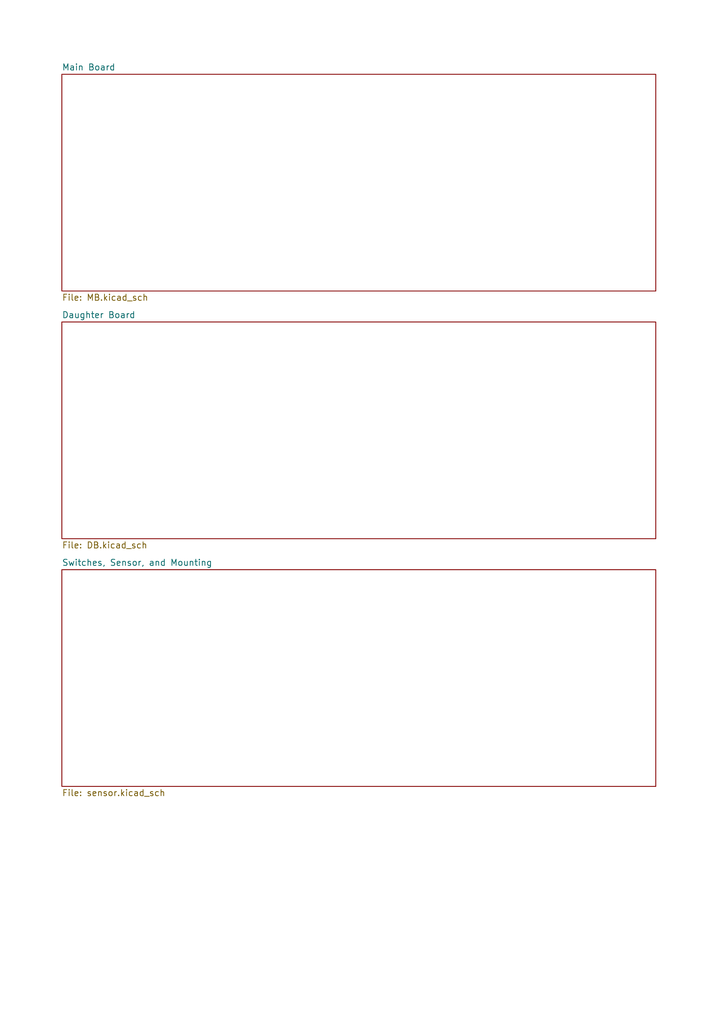
<source format=kicad_sch>
(kicad_sch
	(version 20231120)
	(generator "eeschema")
	(generator_version "8.0")
	(uuid "7083d78e-5f0e-4c6d-9084-5f6f69def5a2")
	(paper "A5" portrait)
	(title_block
		(title "65% Kyeboard with 66-Keys + Rotary Knob")
		(date "2024-12-19")
		(rev "v1")
	)
	(lib_symbols)
	(sheet
		(at 12.7 116.84)
		(size 121.92 44.45)
		(fields_autoplaced yes)
		(stroke
			(width 0.1524)
			(type solid)
		)
		(fill
			(color 0 0 0 0.0000)
		)
		(uuid "1d3fa8e2-4e71-40f3-a993-247ebad12b6f")
		(property "Sheetname" "Switches, Sensor, and Mounting"
			(at 12.7 116.1284 0)
			(effects
				(font
					(size 1.27 1.27)
				)
				(justify left bottom)
			)
		)
		(property "Sheetfile" "sensor.kicad_sch"
			(at 12.7 161.8746 0)
			(effects
				(font
					(size 1.27 1.27)
				)
				(justify left top)
			)
		)
		(instances
			(project "GMK67-HE_Trial"
				(path "/7083d78e-5f0e-4c6d-9084-5f6f69def5a2"
					(page "4")
				)
			)
		)
	)
	(sheet
		(at 12.7 15.24)
		(size 121.92 44.45)
		(fields_autoplaced yes)
		(stroke
			(width 0.1524)
			(type solid)
		)
		(fill
			(color 0 0 0 0.0000)
		)
		(uuid "6a408dc9-60e5-4282-b7a5-6cc2e9d93831")
		(property "Sheetname" "Main Board"
			(at 12.7 14.5284 0)
			(effects
				(font
					(size 1.27 1.27)
				)
				(justify left bottom)
			)
		)
		(property "Sheetfile" "MB.kicad_sch"
			(at 12.7 60.2746 0)
			(effects
				(font
					(size 1.27 1.27)
				)
				(justify left top)
			)
		)
		(instances
			(project "GMK67-HE_Trial"
				(path "/7083d78e-5f0e-4c6d-9084-5f6f69def5a2"
					(page "2")
				)
			)
		)
	)
	(sheet
		(at 12.7 66.04)
		(size 121.92 44.45)
		(fields_autoplaced yes)
		(stroke
			(width 0.1524)
			(type solid)
		)
		(fill
			(color 0 0 0 0.0000)
		)
		(uuid "f9e82b68-17d3-4709-bfd0-ccaf24dab31e")
		(property "Sheetname" "Daughter Board"
			(at 12.7 65.3284 0)
			(effects
				(font
					(size 1.27 1.27)
				)
				(justify left bottom)
			)
		)
		(property "Sheetfile" "DB.kicad_sch"
			(at 12.7 111.0746 0)
			(effects
				(font
					(size 1.27 1.27)
				)
				(justify left top)
			)
		)
		(instances
			(project "GMK67-HE_Trial"
				(path "/7083d78e-5f0e-4c6d-9084-5f6f69def5a2"
					(page "3")
				)
			)
		)
	)
	(sheet_instances
		(path "/"
			(page "1")
		)
	)
)

</source>
